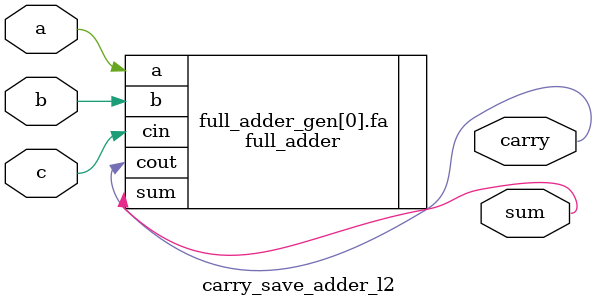
<source format=v>
module carry_save_adder_l2 #(parameter N = 1) (
    input wire [N-1:0] a,     // in operand a
    input wire [N-1:0] b,     // in operand b
    input wire [N-1:0] c,     // in operand c
    
    output wire [N-1:0] sum,  // out sum
    output wire [N-1:0] carry // out carry
);

    genvar i;
    generate
        for (i = 0; i < N; i = i + 1) begin : full_adder_gen
            full_adder fa (
                .a(a[i]),
                .b(b[i]),
                .cin(c[i]),
                .sum(sum[i]),
                .cout(carry[i])
            ); // Module
        end
    endgenerate
endmodule
</source>
